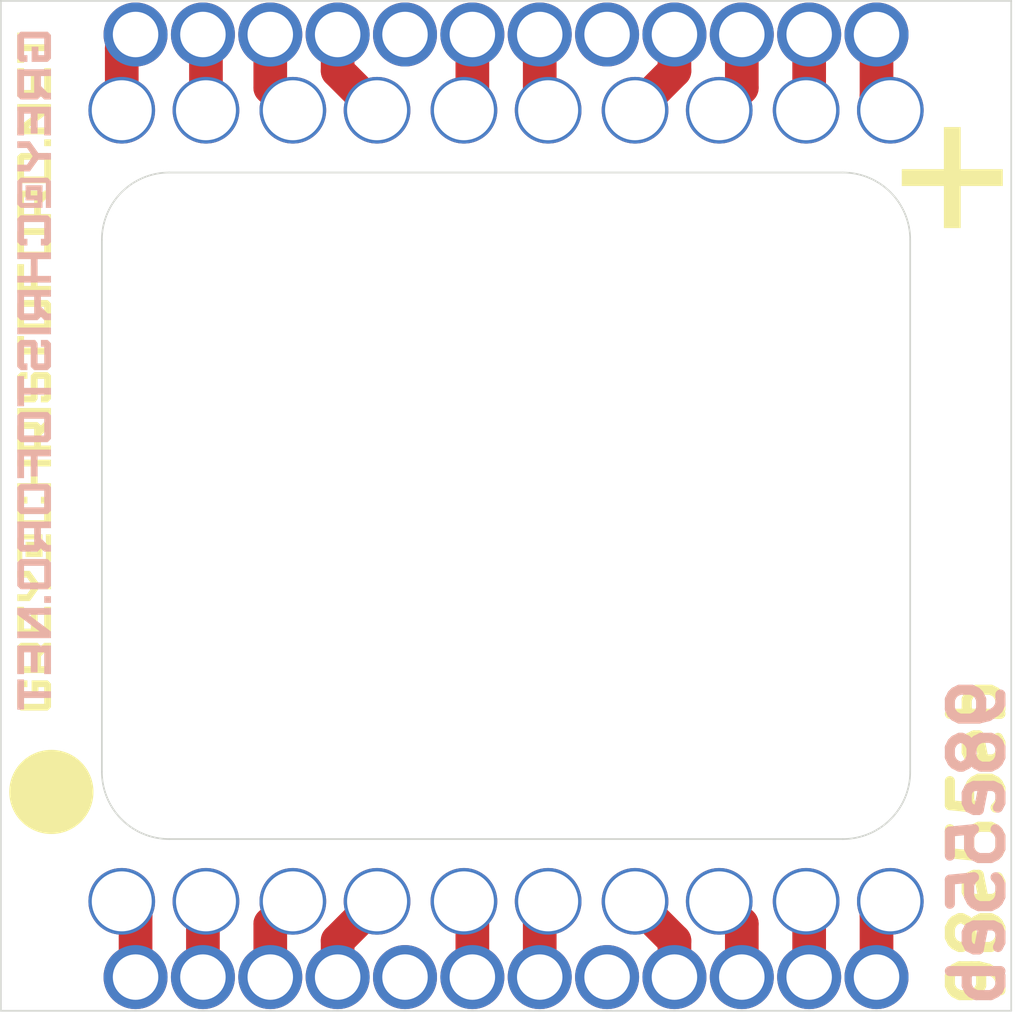
<source format=kicad_pcb>
(kicad_pcb (version 20210228) (generator pcbnew)
  (layers (0 "F.Cu" signal) (31 "B.Cu" signal) (34 "B.Paste" user) (35 "F.Paste" user) (36 "B.SilkS" user "B.Silkscreen") (37 "F.SilkS" user "F.Silkscreen") (38 "B.Mask" user) (39 "F.Mask" user) (44 "Edge.Cuts" user))
  (net 0 "")
  (net 1 "a1")
  (net 2 "a2")
  (net 3 "a3")
  (net 4 "a4")
  (net 5 "a5")
  (net 6 "a6")
  (net 7 "a7")
  (net 8 "a8")
  (net 9 "a9")
  (net 10 "a10")
  (net 11 "a11")
  (net 12 "a12")
  (net 13 "b1")
  (net 14 "b2")
  (net 15 "b3")
  (net 16 "b4")
  (net 17 "b5")
  (net 18 "b6")
  (net 19 "b7")
  (net 20 "b8")
  (net 21 "b9")
  (net 22 "b10")
  (net 23 "b11")
  (net 24 "b12")
  (footprint "custom_footprints:0921" (layer "F.Cu") (at 6.33 11.75)
    (fp_text reference "J37" hide)
    (fp_text value "Conn_01x01" hide)
    (pad "1" thru_hole circle (at 0 0) (size 1.98 1.98) (drill 1.78) (layers *.Cu *.Mask) (net 15 "b3"))
  )
  (footprint "custom_footprints:0921" (layer "F.Cu") (at -3.83 -11.75)
    (fp_text reference "J28" hide)
    (fp_text value "Conn_01x01" hide)
    (pad "1" thru_hole circle (at 0 0) (size 1.98 1.98) (drill 1.78) (layers *.Cu *.Mask) (net 4 "a4"))
  )
  (footprint "custom_footprints:0921" (layer "F.Cu") (at 8.91 -11.75)
    (fp_text reference "J33" hide)
    (fp_text value "Conn_01x01" hide)
    (pad "1" thru_hole circle (at 0 0) (size 1.98 1.98) (drill 1.78) (layers *.Cu *.Mask) (net 11 "a11"))
  )
  (footprint "custom_footprints:0921" (layer "F.Cu") (at -1.25 11.75)
    (fp_text reference "J40" hide)
    (fp_text value "Conn_01x01" hide)
    (pad "1" thru_hole circle (at 0 0) (size 1.98 1.98) (drill 1.78) (layers *.Cu *.Mask) (net 19 "b7"))
  )
  (footprint "custom_footprints:0921" (layer "F.Cu") (at 11.41 -11.75)
    (fp_text reference "J34" hide)
    (fp_text value "Conn_01x01" hide)
    (pad "1" thru_hole circle (at 0 0) (size 1.98 1.98) (drill 1.78) (layers *.Cu *.Mask) (net 12 "a12"))
  )
  (footprint "custom_footprints:0921" (layer "F.Cu") (at -8.91 -11.75)
    (fp_text reference "J26" hide)
    (fp_text value "Conn_01x01" hide)
    (pad "1" thru_hole circle (at 0 0) (size 1.98 1.98) (drill 1.78) (layers *.Cu *.Mask) (net 2 "a2"))
  )
  (footprint "custom_footprints:0921" (layer "F.Cu") (at 1.25 -11.75)
    (fp_text reference "J30" hide)
    (fp_text value "Conn_01x01" hide)
    (pad "1" thru_hole circle (at 0 0) (size 1.98 1.98) (drill 1.78) (layers *.Cu *.Mask) (net 7 "a7"))
  )
  (footprint "custom_footprints:0921" (layer "F.Cu") (at -1.25 -11.75)
    (fp_text reference "J29" hide)
    (fp_text value "Conn_01x01" hide)
    (pad "1" thru_hole circle (at 0 0) (size 1.98 1.98) (drill 1.78) (layers *.Cu *.Mask) (net 6 "a6"))
  )
  (footprint "custom_footprints:0921" (layer "F.Cu") (at 3.83 -11.75)
    (fp_text reference "J31" hide)
    (fp_text value "Conn_01x01" hide)
    (pad "1" thru_hole circle (at 0 0) (size 1.98 1.98) (drill 1.78) (layers *.Cu *.Mask) (net 9 "a9"))
  )
  (footprint "custom_footprints:0921" (layer "F.Cu") (at 1.25 11.75)
    (fp_text reference "J39" hide)
    (fp_text value "Conn_01x01" hide)
    (pad "1" thru_hole circle (at 0 0) (size 1.98 1.98) (drill 1.78) (layers *.Cu *.Mask) (net 18 "b6"))
  )
  (footprint "custom_footprints:0921" (layer "F.Cu") (at -11.41 11.75)
    (fp_text reference "J44" hide)
    (fp_text value "Conn_01x01" hide)
    (pad "1" thru_hole circle (at 0 0) (size 1.98 1.98) (drill 1.78) (layers *.Cu *.Mask) (net 24 "b12"))
  )
  (footprint "custom_footprints:0921" (layer "F.Cu") (at -6.33 11.75)
    (fp_text reference "J42" hide)
    (fp_text value "Conn_01x01" hide)
    (pad "1" thru_hole circle (at 0 0) (size 1.98 1.98) (drill 1.78) (layers *.Cu *.Mask) (net 22 "b10"))
  )
  (footprint "custom_footprints:0921" (layer "F.Cu") (at -3.83 11.75)
    (fp_text reference "J41" hide)
    (fp_text value "Conn_01x01" hide)
    (pad "1" thru_hole circle (at 0 0) (size 1.98 1.98) (drill 1.78) (layers *.Cu *.Mask) (net 21 "b9"))
  )
  (footprint "custom_footprints:0921" (layer "F.Cu") (at -6.33 -11.75)
    (fp_text reference "J27" hide)
    (fp_text value "Conn_01x01" hide)
    (pad "1" thru_hole circle (at 0 0) (size 1.98 1.98) (drill 1.78) (layers *.Cu *.Mask) (net 3 "a3"))
  )
  (footprint "custom_footprints:0921" (layer "F.Cu") (at 8.91 11.75)
    (fp_text reference "J36" hide)
    (fp_text value "Conn_01x01" hide)
    (pad "1" thru_hole circle (at 0 0) (size 1.98 1.98) (drill 1.78) (layers *.Cu *.Mask) (net 14 "b2"))
  )
  (footprint "custom_footprints:logo_small" (layer "F.Cu") (at -14 -4 90)
    (fp_text reference "LOGO1" hide)
    (fp_text value "Logo_Open_Hardware_Small" hide)
    (fp_poly (pts (xy 1.043277 -0.511719) (xy 0.146665 -0.511719) (xy 0.146665 -0.311832) (xy 0.496454 -0.311832) (xy 0.496454 0.488281) (xy 0.69634 0.488281) (xy 0.69634 -0.311832) (xy 1.043277 -0.311832)) (layer "F.SilkS") (width 0.001) (fill solid))
    (fp_poly (pts (xy 7.235788 -0.511719) (xy 7.035902 -0.511719) (xy 7.035902 0.488281) (xy 7.235788 0.488281) (xy 7.235788 -0.178865) (xy 7.734067 0.488281) (xy 7.932514 0.488281) (xy 7.932514 -0.511719) (xy 7.734067 -0.511719) (xy 7.734067 0.154014)) (layer "F.SilkS") (width 0.001) (fill solid))
    (fp_poly (pts (xy -4.429508 -0.311832) (xy -3.931229 -0.311832) (xy -3.931229 -0.211888) (xy -3.732782 -0.211888) (xy -3.732782 -0.410336) (xy -3.831286 -0.511719) (xy -4.530865 -0.511719) (xy -4.629395 -0.410336) (xy -4.629395 0.389777) (xy -4.530865 0.488281) (xy -3.831286 0.488281) (xy -3.732782 0.389777) (xy -3.732782 0.18989) (xy -3.931229 0.18989) (xy -3.931229 0.28842) (xy -4.429508 0.28842)) (layer "F.SilkS") (width 0.001) (fill solid))
    (fp_poly (pts (xy -8.766833 0.488281) (xy -8.766833 -0.010074) (xy -8.766833 -0.311832) (xy -8.268555 -0.311832) (xy -8.268555 -0.010074) (xy -8.766833 -0.010074) (xy -8.766833 0.488281) (xy -8.766833 0.189813) (xy -8.468442 0.189813) (xy -8.368498 0.288369) (xy -8.268555 0.389751) (xy -8.268555 0.488281) (xy -8.070107 0.488281) (xy -8.070107 0.288369) (xy -8.168611 0.189813) (xy -8.070107 0.089869) (xy -8.070107 -0.410336) (xy -8.168611 -0.511719) (xy -8.96672 -0.511719) (xy -8.96672 0.488281)) (layer "F.SilkS") (width 0.001) (fill solid))
    (fp_poly (pts (xy 1.21398 -0.410336) (xy 1.413867 -0.311832) (xy 1.912145 -0.311832) (xy 1.912145 0.28842) (xy 1.413867 0.28842) (xy 1.413867 -0.311832) (xy 1.21398 -0.410336) (xy 1.21398 0.389777) (xy 1.31251 0.488281) (xy 2.012089 0.488281) (xy 2.110593 0.389777) (xy 2.110593 -0.410336) (xy 2.012089 -0.511719) (xy 1.31251 -0.511719)) (layer "F.SilkS") (width 0.001) (fill solid))
    (fp_poly (pts (xy 6.884123 0.28842) (xy 6.684236 0.28842) (xy 6.684236 0.488281) (xy 6.884123 0.488281)) (layer "F.SilkS") (width 0.001) (fill solid))
    (fp_poly (pts (xy 9.000514 -0.511719) (xy 8.152447 -0.511719) (xy 8.152447 0.488281) (xy 9.000514 0.488281) (xy 9.000514 0.28842) (xy 8.352333 0.28842) (xy 8.352333 0.089484) (xy 8.950555 0.089484) (xy 8.950555 -0.110403) (xy 8.352333 -0.110403) (xy 8.352333 -0.311832) (xy 9.000514 -0.311832)) (layer "F.SilkS") (width 0.001) (fill solid))
    (fp_poly (pts (xy 4.465435 -0.511719) (xy 4.465435 0.488281) (xy 4.665322 0.488281) (xy 4.665322 -0.311832) (xy 5.1636 -0.311832) (xy 5.1636 -0.010074) (xy 4.665322 -0.010074) (xy 4.665322 -0.311832) (xy 4.665322 0.488281) (xy 4.665322 0.189813) (xy 4.963713 0.189813) (xy 5.063656 0.288369) (xy 5.1636 0.389751) (xy 5.1636 0.488281) (xy 5.362048 0.488281) (xy 5.362048 0.288369) (xy 5.263543 0.189813) (xy 5.362048 0.089869) (xy 5.362048 -0.410336) (xy 5.263543 -0.511719)) (layer "F.SilkS") (width 0.001) (fill solid))
    (fp_poly (pts (xy -5.64741 0.488281) (xy -4.849327 0.488281) (xy -4.849327 0.336965) (xy -5.594598 0.336965) (xy -5.594598 -0.36323) (xy -4.996376 -0.36323) (xy -4.996376 0.089587) (xy -5.072034 0.089587) (xy -5.21911 0.083881) (xy -5.371865 0.083881) (xy -5.371865 -0.113666) (xy -5.21911 -0.113666) (xy -5.21911 0.083881) (xy -5.072034 0.089587) (xy -5.072034 -0.265008) (xy -5.518914 -0.265008) (xy -5.518914 0.236636) (xy -4.849327 0.236636) (xy -4.849327 -0.410336) (xy -4.947831 -0.511719) (xy -5.64741 -0.511719) (xy -5.74594 -0.410336) (xy -5.74594 0.389777)) (layer "F.SilkS") (width 0.001) (fill solid))
    (fp_poly (pts (xy -10.083265 0.389777) (xy -9.984735 0.488281) (xy -9.285156 0.488281) (xy -9.186652 0.389777) (xy -9.186652 -0.084935) (xy -9.636385 -0.084935) (xy -9.636385 0.114925) (xy -9.3851 0.114925) (xy -9.3851 0.28842) (xy -9.883378 0.28842) (xy -9.883378 -0.311832) (xy -9.3851 -0.311832) (xy -9.3851 -0.211888) (xy -9.186652 -0.211888) (xy -9.186652 -0.410336) (xy -9.285156 -0.511719) (xy -9.984735 -0.511719) (xy -10.083265 -0.410336)) (layer "F.SilkS") (width 0.001) (fill solid))
    (fp_poly (pts (xy -0.030446 -0.410336) (xy -0.128951 -0.511719) (xy -0.828528 -0.511719) (xy -0.927058 -0.410336) (xy -0.927058 0.017886) (xy -0.828528 0.089278) (xy -0.228894 0.089278) (xy -0.228894 0.28842) (xy -0.727172 0.28842) (xy -0.727172 0.189556) (xy -0.927058 0.189556) (xy -0.927058 0.389777) (xy -0.828528 0.488281) (xy -0.128951 0.488281) (xy -0.030446 0.389777) (xy -0.030446 -0.012104) (xy -0.128951 -0.112047) (xy -0.727172 -0.112047) (xy -0.727172 -0.311832) (xy -0.228894 -0.311832) (xy -0.228894 -0.211888) (xy -0.030446 -0.211888)) (layer "F.SilkS") (width 0.001) (fill solid))
    (fp_poly (pts (xy 4.146998 -0.511719) (xy 3.44742 -0.511719) (xy 3.34889 -0.410336) (xy 3.548777 -0.311832) (xy 4.047055 -0.311832) (xy 4.047055 0.28842) (xy 3.548777 0.28842) (xy 3.548777 -0.311832) (xy 3.34889 -0.410336) (xy 3.34889 0.389777) (xy 3.44742 0.488281) (xy 4.146998 0.488281) (xy 4.245503 0.389777) (xy 4.245503 -0.410336)) (layer "F.SilkS") (width 0.001) (fill solid))
    (fp_poly (pts (xy 2.33052 -0.511719) (xy 2.33052 0.488281) (xy 2.530407 0.488281) (xy 2.530407 0.089484) (xy 3.128624 0.089484) (xy 3.128624 -0.110403) (xy 2.530407 -0.110403) (xy 2.530407 -0.311832) (xy 3.178582 -0.311832) (xy 3.178582 -0.511719)) (layer "F.SilkS") (width 0.001) (fill solid))
    (fp_poly (pts (xy -6.131528 -0.223145) (xy -6.382813 -0.054559) (xy -6.629806 -0.223145) (xy -6.629806 -0.511719) (xy -6.829693 -0.511719) (xy -6.829693 -0.138852) (xy -6.479903 0.111148) (xy -6.479903 0.488281) (xy -6.28143 0.488281) (xy -6.28143 0.111148) (xy -5.93308 -0.138852) (xy -5.93308 -0.511719) (xy -6.131528 -0.511719)) (layer "F.SilkS") (width 0.001) (fill solid))
    (fp_poly (pts (xy -2.211788 0.189813) (xy -2.211788 -0.311832) (xy -1.71351 -0.311832) (xy -1.71351 -0.010074) (xy -2.211788 -0.010074) (xy -2.211788 -0.311832) (xy -2.211788 0.189813) (xy -1.913397 0.189813) (xy -1.813453 0.288369) (xy -1.71351 0.389751) (xy -1.71351 0.488281) (xy -1.515062 0.488281) (xy -1.515062 0.288369) (xy -1.613567 0.189813) (xy -1.515062 0.089869) (xy -1.515062 -0.410336) (xy -1.613567 -0.511719) (xy -2.411675 -0.511719) (xy -2.411675 0.488281) (xy -2.211788 0.488281)) (layer "F.SilkS") (width 0.001) (fill solid))
    (fp_poly (pts (xy -7.650288 0.089484) (xy -7.052066 0.089484) (xy -7.052066 -0.110403) (xy -7.650288 -0.110403) (xy -7.650288 -0.311832) (xy -7.002107 -0.311832) (xy -7.002107 -0.511719) (xy -7.850175 -0.511719) (xy -7.850175 0.488281) (xy -7.002107 0.488281) (xy -7.002107 0.28842) (xy -7.650288 0.28842)) (layer "F.SilkS") (width 0.001) (fill solid))
    (fp_poly (pts (xy -1.295135 -0.511719) (xy -1.295135 0.488281) (xy -1.095248 0.488281) (xy -1.095248 -0.511719)) (layer "F.SilkS") (width 0.001) (fill solid))
    (fp_poly (pts (xy 5.68051 0.488281) (xy 6.380088 0.488281) (xy 6.280145 0.28842) (xy 5.781867 0.28842) (xy 5.781867 -0.311832) (xy 6.280145 -0.311832) (xy 6.280145 0.28842) (xy 6.380088 0.488281) (xy 6.478593 0.389777) (xy 6.478593 -0.410336) (xy 6.380088 -0.511719) (xy 5.68051 -0.511719) (xy 5.58198 -0.410336) (xy 5.58198 0.389777)) (layer "F.SilkS") (width 0.001) (fill solid))
    (fp_poly (pts (xy -3.328331 -0.511719) (xy -3.528218 -0.511719) (xy -3.528218 0.488281) (xy -3.328331 0.488281) (xy -3.328331 0.089484) (xy -2.830052 0.089484) (xy -2.830052 0.488281) (xy -2.631605 0.488281) (xy -2.631605 -0.511719) (xy -2.830052 -0.511719) (xy -2.830052 -0.110403) (xy -3.328331 -0.110403)) (layer "F.SilkS") (width 0.001) (fill solid))
    (fp_poly (pts (xy 10.055304 -0.511719) (xy 9.158691 -0.511719) (xy 9.158691 -0.311832) (xy 9.508481 -0.311832) (xy 9.508481 0.488281) (xy 9.708368 0.488281) (xy 9.708368 -0.311832) (xy 10.055304 -0.311832)) (layer "F.SilkS") (width 0.001) (fill solid))
  )
  (footprint "custom_footprints:0921" (layer "F.Cu") (at 3.83 11.75)
    (fp_text reference "J38" hide)
    (fp_text value "Conn_01x01" hide)
    (pad "1" thru_hole circle (at 0 0) (size 1.98 1.98) (drill 1.78) (layers *.Cu *.Mask) (net 16 "b4"))
  )
  (footprint "custom_footprints:0921" (layer "F.Cu") (at -8.91 11.75)
    (fp_text reference "J43" hide)
    (fp_text value "Conn_01x01" hide)
    (pad "1" thru_hole circle (at 0 0) (size 1.98 1.98) (drill 1.78) (layers *.Cu *.Mask) (net 23 "b11"))
  )
  (footprint "custom_footprints:0921" (layer "F.Cu") (at 11.41 11.75)
    (fp_text reference "J35" hide)
    (fp_text value "Conn_01x01" hide)
    (pad "1" thru_hole circle (at 0 0) (size 1.98 1.98) (drill 1.78) (layers *.Cu *.Mask) (net 13 "b1"))
  )
  (footprint "custom_footprints:0921" (layer "F.Cu") (at 6.33 -11.75)
    (fp_text reference "J32" hide)
    (fp_text value "Conn_01x01" hide)
    (pad "1" thru_hole circle (at 0 0) (size 1.98 1.98) (drill 1.78) (layers *.Cu *.Mask) (net 10 "a10"))
  )
  (footprint "custom_footprints:0921" (layer "F.Cu") (at -11.41 -11.75)
    (fp_text reference "J25" hide)
    (fp_text value "Conn_01x01" hide)
    (pad "1" thru_hole circle (at 0 0) (size 1.98 1.98) (drill 1.78) (layers *.Cu *.Mask) (net 1 "a1"))
  )
  (footprint "custom_footprints:5342" (layer "B.Cu") (at -7 14)
    (fp_text reference "J22" hide)
    (fp_text value "Conn_01x01" hide)
    (pad "1" thru_hole circle (at 0 0) (size 1.9 1.9) (drill 1.35) (layers *.Cu *.Mask) (net 22 "b10"))
  )
  (footprint "custom_footprints:5342" (layer "B.Cu") (at -1 14)
    (fp_text reference "J19" hide)
    (fp_text value "Conn_01x01" hide)
    (pad "1" thru_hole circle (at 0 0) (size 1.9 1.9) (drill 1.35) (layers *.Cu *.Mask) (net 19 "b7"))
  )
  (footprint "custom_footprints:5342" (layer "B.Cu") (at 7 -14)
    (fp_text reference "J10" hide)
    (fp_text value "Conn_01x01" hide)
    (pad "1" thru_hole circle (at 0 0) (size 1.9 1.9) (drill 1.35) (layers *.Cu *.Mask) (net 10 "a10"))
  )
  (footprint "custom_footprints:5342" (layer "B.Cu") (at -11 -14)
    (fp_text reference "J1" hide)
    (fp_text value "Conn_01x01" hide)
    (pad "1" thru_hole circle (at 0 0) (size 1.9 1.9) (drill 1.35) (layers *.Cu *.Mask) (net 1 "a1"))
  )
  (footprint "custom_footprints:5342" (layer "B.Cu") (at -3 -14)
    (fp_text reference "J5" hide)
    (fp_text value "Conn_01x01" hide)
    (pad "1" thru_hole circle (at 0 0) (size 1.9 1.9) (drill 1.35) (layers *.Cu *.Mask) (net 5 "a5"))
  )
  (footprint "custom_footprints:5342" (layer "B.Cu") (at -3 14)
    (fp_text reference "J20" hide)
    (fp_text value "Conn_01x01" hide)
    (pad "1" thru_hole circle (at 0 0) (size 1.9 1.9) (drill 1.35) (layers *.Cu *.Mask) (net 20 "b8"))
  )
  (footprint "custom_footprints:5342" (layer "B.Cu") (at 1 -14)
    (fp_text reference "J7" hide)
    (fp_text value "Conn_01x01" hide)
    (pad "1" thru_hole circle (at 0 0) (size 1.9 1.9) (drill 1.35) (layers *.Cu *.Mask) (net 7 "a7"))
  )
  (footprint "custom_footprints:5342" (layer "B.Cu") (at -1 -14)
    (fp_text reference "J6" hide)
    (fp_text value "Conn_01x01" hide)
    (pad "1" thru_hole circle (at 0 0) (size 1.9 1.9) (drill 1.35) (layers *.Cu *.Mask) (net 6 "a6"))
  )
  (footprint "custom_footprints:5342" (layer "B.Cu") (at 5 -14)
    (fp_text reference "J9" hide)
    (fp_text value "Conn_01x01" hide)
    (pad "1" thru_hole circle (at 0 0) (size 1.9 1.9) (drill 1.35) (layers *.Cu *.Mask) (net 9 "a9"))
  )
  (footprint "custom_footprints:5342" (layer "B.Cu") (at -7 -14)
    (fp_text reference "J3" hide)
    (fp_text value "Conn_01x01" hide)
    (pad "1" thru_hole circle (at 0 0) (size 1.9 1.9) (drill 1.35) (layers *.Cu *.Mask) (net 3 "a3"))
  )
  (footprint "custom_footprints:5342" (layer "B.Cu") (at -9 14)
    (fp_text reference "J23" hide)
    (fp_text value "Conn_01x01" hide)
    (pad "1" thru_hole circle (at 0 0) (size 1.9 1.9) (drill 1.35) (layers *.Cu *.Mask) (net 23 "b11"))
  )
  (footprint "custom_footprints:5342" (layer "B.Cu") (at 3 -14)
    (fp_text reference "J8" hide)
    (fp_text value "Conn_01x01" hide)
    (pad "1" thru_hole circle (at 0 0) (size 1.9 1.9) (drill 1.35) (layers *.Cu *.Mask) (net 8 "a8"))
  )
  (footprint "custom_footprints:5342" (layer "B.Cu") (at 7 14)
    (fp_text reference "J15" hide)
    (fp_text value "Conn_01x01" hide)
    (pad "1" thru_hole circle (at 0 0) (size 1.9 1.9) (drill 1.35) (layers *.Cu *.Mask) (net 15 "b3"))
  )
  (footprint "custom_footprints:logo_small" (layer "B.Cu") (at -14 -4 -90)
    (fp_text reference "LOGO2" hide)
    (fp_text value "Logo_Open_Hardware_Small" hide)
    (fp_poly (pts (xy -5.64741 -0.488281) (xy -4.849327 -0.488281) (xy -4.849327 -0.336965) (xy -5.594598 -0.336965) (xy -5.594598 0.36323) (xy -4.996376 0.36323) (xy -4.996376 -0.089587) (xy -5.072034 -0.089587) (xy -5.21911 -0.083881) (xy -5.371865 -0.083881) (xy -5.371865 0.113666) (xy -5.21911 0.113666) (xy -5.21911 -0.083881) (xy -5.072034 -0.089587) (xy -5.072034 0.265008) (xy -5.518914 0.265008) (xy -5.518914 -0.236636) (xy -4.849327 -0.236636) (xy -4.849327 0.410336) (xy -4.947831 0.511719) (xy -5.64741 0.511719) (xy -5.74594 0.410336) (xy -5.74594 -0.389777)) (layer "B.SilkS") (width 0.001) (fill solid))
    (fp_poly (pts (xy -4.429508 0.311832) (xy -3.931229 0.311832) (xy -3.931229 0.211888) (xy -3.732782 0.211888) (xy -3.732782 0.410336) (xy -3.831286 0.511719) (xy -4.530865 0.511719) (xy -4.629395 0.410336) (xy -4.629395 -0.389777) (xy -4.530865 -0.488281) (xy -3.831286 -0.488281) (xy -3.732782 -0.389777) (xy -3.732782 -0.18989) (xy -3.931229 -0.18989) (xy -3.931229 -0.28842) (xy -4.429508 -0.28842)) (layer "B.SilkS") (width 0.001) (fill solid))
    (fp_poly (pts (xy 1.21398 0.410336) (xy 1.413867 0.311832) (xy 1.912145 0.311832) (xy 1.912145 -0.28842) (xy 1.413867 -0.28842) (xy 1.413867 0.311832) (xy 1.21398 0.410336) (xy 1.21398 -0.389777) (xy 1.31251 -0.488281) (xy 2.012089 -0.488281) (xy 2.110593 -0.389777) (xy 2.110593 0.410336) (xy 2.012089 0.511719) (xy 1.31251 0.511719)) (layer "B.SilkS") (width 0.001) (fill solid))
    (fp_poly (pts (xy 4.465435 0.511719) (xy 4.465435 -0.488281) (xy 4.665322 -0.488281) (xy 4.665322 0.311832) (xy 5.1636 0.311832) (xy 5.1636 0.010074) (xy 4.665322 0.010074) (xy 4.665322 0.311832) (xy 4.665322 -0.488281) (xy 4.665322 -0.189813) (xy 4.963713 -0.189813) (xy 5.063656 -0.288369) (xy 5.1636 -0.389751) (xy 5.1636 -0.488281) (xy 5.362048 -0.488281) (xy 5.362048 -0.288369) (xy 5.263543 -0.189813) (xy 5.362048 -0.089869) (xy 5.362048 0.410336) (xy 5.263543 0.511719)) (layer "B.SilkS") (width 0.001) (fill solid))
    (fp_poly (pts (xy 10.055304 0.511719) (xy 9.158691 0.511719) (xy 9.158691 0.311832) (xy 9.508481 0.311832) (xy 9.508481 -0.488281) (xy 9.708368 -0.488281) (xy 9.708368 0.311832) (xy 10.055304 0.311832)) (layer "B.SilkS") (width 0.001) (fill solid))
    (fp_poly (pts (xy -0.030446 0.410336) (xy -0.128951 0.511719) (xy -0.828528 0.511719) (xy -0.927058 0.410336) (xy -0.927058 -0.017886) (xy -0.828528 -0.089278) (xy -0.228894 -0.089278) (xy -0.228894 -0.28842) (xy -0.727172 -0.28842) (xy -0.727172 -0.189556) (xy -0.927058 -0.189556) (xy -0.927058 -0.389777) (xy -0.828528 -0.488281) (xy -0.128951 -0.488281) (xy -0.030446 -0.389777) (xy -0.030446 0.012104) (xy -0.128951 0.112047) (xy -0.727172 0.112047) (xy -0.727172 0.311832) (xy -0.228894 0.311832) (xy -0.228894 0.211888) (xy -0.030446 0.211888)) (layer "B.SilkS") (width 0.001) (fill solid))
    (fp_poly (pts (xy 6.884123 -0.28842) (xy 6.684236 -0.28842) (xy 6.684236 -0.488281) (xy 6.884123 -0.488281)) (layer "B.SilkS") (width 0.001) (fill solid))
    (fp_poly (pts (xy -8.766833 -0.488281) (xy -8.766833 0.010074) (xy -8.766833 0.311832) (xy -8.268555 0.311832) (xy -8.268555 0.010074) (xy -8.766833 0.010074) (xy -8.766833 -0.488281) (xy -8.766833 -0.189813) (xy -8.468442 -0.189813) (xy -8.368498 -0.288369) (xy -8.268555 -0.389751) (xy -8.268555 -0.488281) (xy -8.070107 -0.488281) (xy -8.070107 -0.288369) (xy -8.168611 -0.189813) (xy -8.070107 -0.089869) (xy -8.070107 0.410336) (xy -8.168611 0.511719) (xy -8.96672 0.511719) (xy -8.96672 -0.488281)) (layer "B.SilkS") (width 0.001) (fill solid))
    (fp_poly (pts (xy 2.33052 0.511719) (xy 2.33052 -0.488281) (xy 2.530407 -0.488281) (xy 2.530407 -0.089484) (xy 3.128624 -0.089484) (xy 3.128624 0.110403) (xy 2.530407 0.110403) (xy 2.530407 0.311832) (xy 3.178582 0.311832) (xy 3.178582 0.511719)) (layer "B.SilkS") (width 0.001) (fill solid))
    (fp_poly (pts (xy -7.650288 -0.089484) (xy -7.052066 -0.089484) (xy -7.052066 0.110403) (xy -7.650288 0.110403) (xy -7.650288 0.311832) (xy -7.002107 0.311832) (xy -7.002107 0.511719) (xy -7.850175 0.511719) (xy -7.850175 -0.488281) (xy -7.002107 -0.488281) (xy -7.002107 -0.28842) (xy -7.650288 -0.28842)) (layer "B.SilkS") (width 0.001) (fill solid))
    (fp_poly (pts (xy 4.146998 0.511719) (xy 3.44742 0.511719) (xy 3.34889 0.410336) (xy 3.548777 0.311832) (xy 4.047055 0.311832) (xy 4.047055 -0.28842) (xy 3.548777 -0.28842) (xy 3.548777 0.311832) (xy 3.34889 0.410336) (xy 3.34889 -0.389777) (xy 3.44742 -0.488281) (xy 4.146998 -0.488281) (xy 4.245503 -0.389777) (xy 4.245503 0.410336)) (layer "B.SilkS") (width 0.001) (fill solid))
    (fp_poly (pts (xy 9.000514 0.511719) (xy 8.152447 0.511719) (xy 8.152447 -0.488281) (xy 9.000514 -0.488281) (xy 9.000514 -0.28842) (xy 8.352333 -0.28842) (xy 8.352333 -0.089484) (xy 8.950555 -0.089484) (xy 8.950555 0.110403) (xy 8.352333 0.110403) (xy 8.352333 0.311832) (xy 9.000514 0.311832)) (layer "B.SilkS") (width 0.001) (fill solid))
    (fp_poly (pts (xy -2.211788 -0.189813) (xy -2.211788 0.311832) (xy -1.71351 0.311832) (xy -1.71351 0.010074) (xy -2.211788 0.010074) (xy -2.211788 0.311832) (xy -2.211788 -0.189813) (xy -1.913397 -0.189813) (xy -1.813453 -0.288369) (xy -1.71351 -0.389751) (xy -1.71351 -0.488281) (xy -1.515062 -0.488281) (xy -1.515062 -0.288369) (xy -1.613567 -0.189813) (xy -1.515062 -0.089869) (xy -1.515062 0.410336) (xy -1.613567 0.511719) (xy -2.411675 0.511719) (xy -2.411675 -0.488281) (xy -2.211788 -0.488281)) (layer "B.SilkS") (width 0.001) (fill solid))
    (fp_poly (pts (xy 7.235788 0.511719) (xy 7.035902 0.511719) (xy 7.035902 -0.488281) (xy 7.235788 -0.488281) (xy 7.235788 0.178865) (xy 7.734067 -0.488281) (xy 7.932514 -0.488281) (xy 7.932514 0.511719) (xy 7.734067 0.511719) (xy 7.734067 -0.154014)) (layer "B.SilkS") (width 0.001) (fill solid))
    (fp_poly (pts (xy -6.131528 0.223145) (xy -6.382813 0.054559) (xy -6.629806 0.223145) (xy -6.629806 0.511719) (xy -6.829693 0.511719) (xy -6.829693 0.138852) (xy -6.479903 -0.111148) (xy -6.479903 -0.488281) (xy -6.28143 -0.488281) (xy -6.28143 -0.111148) (xy -5.93308 0.138852) (xy -5.93308 0.511719) (xy -6.131528 0.511719)) (layer "B.SilkS") (width 0.001) (fill solid))
    (fp_poly (pts (xy 1.043277 0.511719) (xy 0.146665 0.511719) (xy 0.146665 0.311832) (xy 0.496454 0.311832) (xy 0.496454 -0.488281) (xy 0.69634 -0.488281) (xy 0.69634 0.311832) (xy 1.043277 0.311832)) (layer "B.SilkS") (width 0.001) (fill solid))
    (fp_poly (pts (xy -1.295135 0.511719) (xy -1.295135 -0.488281) (xy -1.095248 -0.488281) (xy -1.095248 0.511719)) (layer "B.SilkS") (width 0.001) (fill solid))
    (fp_poly (pts (xy -10.083265 -0.389777) (xy -9.984735 -0.488281) (xy -9.285156 -0.488281) (xy -9.186652 -0.389777) (xy -9.186652 0.084935) (xy -9.636385 0.084935) (xy -9.636385 -0.114925) (xy -9.3851 -0.114925) (xy -9.3851 -0.28842) (xy -9.883378 -0.28842) (xy -9.883378 0.311832) (xy -9.3851 0.311832) (xy -9.3851 0.211888) (xy -9.186652 0.211888) (xy -9.186652 0.410336) (xy -9.285156 0.511719) (xy -9.984735 0.511719) (xy -10.083265 0.410336)) (layer "B.SilkS") (width 0.001) (fill solid))
    (fp_poly (pts (xy -3.328331 0.511719) (xy -3.528218 0.511719) (xy -3.528218 -0.488281) (xy -3.328331 -0.488281) (xy -3.328331 -0.089484) (xy -2.830052 -0.089484) (xy -2.830052 -0.488281) (xy -2.631605 -0.488281) (xy -2.631605 0.511719) (xy -2.830052 0.511719) (xy -2.830052 0.110403) (xy -3.328331 0.110403)) (layer "B.SilkS") (width 0.001) (fill solid))
    (fp_poly (pts (xy 5.68051 -0.488281) (xy 6.380088 -0.488281) (xy 6.280145 -0.28842) (xy 5.781867 -0.28842) (xy 5.781867 0.311832) (xy 6.280145 0.311832) (xy 6.280145 -0.28842) (xy 6.380088 -0.488281) (xy 6.478593 -0.389777) (xy 6.478593 0.410336) (xy 6.380088 0.511719) (xy 5.68051 0.511719) (xy 5.58198 0.410336) (xy 5.58198 -0.389777)) (layer "B.SilkS") (width 0.001) (fill solid))
  )
  (footprint "custom_footprints:5342" (layer "B.Cu") (at -5 -14)
    (fp_text reference "J4" hide)
    (fp_text value "Conn_01x01" hide)
    (pad "1" thru_hole circle (at 0 0) (size 1.9 1.9) (drill 1.35) (layers *.Cu *.Mask) (net 4 "a4"))
  )
  (footprint "custom_footprints:5342" (layer "B.Cu") (at 9 14)
    (fp_text reference "J14" hide)
    (fp_text value "Conn_01x01" hide)
    (pad "1" thru_hole circle (at 0 0) (size 1.9 1.9) (drill 1.35) (layers *.Cu *.Mask) (net 14 "b2"))
  )
  (footprint "custom_footprints:5342" (layer "B.Cu") (at 11 14)
    (fp_text reference "J13" hide)
    (fp_text value "Conn_01x01" hide)
    (pad "1" thru_hole circle (at 0 0) (size 1.9 1.9) (drill 1.35) (layers *.Cu *.Mask) (net 13 "b1"))
  )
  (footprint "custom_footprints:5342" (layer "B.Cu") (at -9 -14)
    (fp_text reference "J2" hide)
    (fp_text value "Conn_01x01" hide)
    (pad "1" thru_hole circle (at 0 0) (size 1.9 1.9) (drill 1.35) (layers *.Cu *.Mask) (net 2 "a2"))
  )
  (footprint "custom_footprints:5342" (layer "B.Cu") (at -5 14)
    (fp_text reference "J21" hide)
    (fp_text value "Conn_01x01" hide)
    (pad "1" thru_hole circle (at 0 0) (size 1.9 1.9) (drill 1.35) (layers *.Cu *.Mask) (net 21 "b9"))
  )
  (footprint "custom_footprints:5342" (layer "B.Cu") (at 3 14)
    (fp_text reference "J17" hide)
    (fp_text value "Conn_01x01" hide)
    (pad "1" thru_hole circle (at 0 0) (size 1.9 1.9) (drill 1.35) (layers *.Cu *.Mask) (net 17 "b5"))
  )
  (footprint "custom_footprints:5342" (layer "B.Cu") (at 9 -14)
    (fp_text reference "J11" hide)
    (fp_text value "Conn_01x01" hide)
    (pad "1" thru_hole circle (at 0 0) (size 1.9 1.9) (drill 1.35) (layers *.Cu *.Mask) (net 11 "a11"))
  )
  (footprint "custom_footprints:5342" (layer "B.Cu") (at 1 14)
    (fp_text reference "J18" hide)
    (fp_text value "Conn_01x01" hide)
    (pad "1" thru_hole circle (at 0 0) (size 1.9 1.9) (drill 1.35) (layers *.Cu *.Mask) (net 18 "b6"))
  )
  (footprint "custom_footprints:5342" (layer "B.Cu") (at 11 -14)
    (fp_text reference "J12" hide)
    (fp_text value "Conn_01x01" hide)
    (pad "1" thru_hole circle (at 0 0) (size 1.9 1.9) (drill 1.35) (layers *.Cu *.Mask) (net 12 "a12"))
  )
  (footprint "custom_footprints:5342" (layer "B.Cu") (at -11 14)
    (fp_text reference "J24" hide)
    (fp_text value "Conn_01x01" hide)
    (pad "1" thru_hole circle (at 0 0) (size 1.9 1.9) (drill 1.35) (layers *.Cu *.Mask) (net 24 "b12"))
  )
  (footprint "custom_footprints:5342" (layer "B.Cu") (at 5 14)
    (fp_text reference "J16" hide)
    (fp_text value "Conn_01x01" hide)
    (pad "1" thru_hole circle (at 0 0) (size 1.9 1.9) (drill 1.35) (layers *.Cu *.Mask) (net 16 "b4"))
  )
  (gr_circle (center -13.5 8.5) (end -12.25 8.5) (layer "F.SilkS") (width 0) (fill solid))
  (gr_poly (pts (xy 13.5 -10) (xy 14.75 -10) (xy 14.75 -9.5) (xy 13.5 -9.5) (xy 13.5 -8.25) (xy 13 -8.25) (xy 13 -9.5) (xy 11.75 -9.5) (xy 11.75 -10) (xy 13 -10) (xy 13 -11.25) (xy 13.5 -11.25)) (layer "F.SilkS") (width 0) (fill solid))
  (gr_line (start -15 -15) (end -15 15) (layer "Edge.Cuts") (width 0.05))
  (gr_line (start -10 9.9) (end 10 9.9) (layer "Edge.Cuts") (width 0.05))
  (gr_line (start 15 15) (end 15 -15) (layer "Edge.Cuts") (width 0.05))
  (gr_line (start 10 -9.9) (end -10 -9.9) (layer "Edge.Cuts") (width 0.05))
  (gr_arc (start -10 -7.9) (end -10 -9.9) (angle -90) (layer "Edge.Cuts") (width 0.05))
  (gr_line (start 12 7.9) (end 12 -7.9) (layer "Edge.Cuts") (width 0.05))
  (gr_arc (start -10 7.9) (end -12 7.9) (angle -90) (layer "Edge.Cuts") (width 0.05))
  (gr_line (start 15 -15) (end -15 -15) (layer "Edge.Cuts") (width 0.05))
  (gr_arc (start 10 -7.9) (end 12 -7.9) (angle -90) (layer "Edge.Cuts") (width 0.05))
  (gr_line (start -12 -7.9) (end -12 7.9) (layer "Edge.Cuts") (width 0.05))
  (gr_arc (start 10 7.9) (end 10 9.9) (angle -90) (layer "Edge.Cuts") (width 0.05))
  (gr_line (start -15 15) (end 15 15) (layer "Edge.Cuts") (width 0.05))
  (gr_text "98e55eb" (at 14 10 90) (layer "B.SilkS") (effects (font (size 1.5 1.5) (thickness 0.3)) (justify mirror)))
  (gr_text "98e55eb" (at 14 10 90) (layer "F.SilkS") (effects (font (size 1.5 1.5) (thickness 0.3))))
  (segment (start -11.41 -13.59) (end -11 -14) (width 1) (layer "F.Cu") (net 1))
  (segment (start -11.41 -11.75) (end -11.41 -13.59) (width 1) (layer "F.Cu") (net 1))
  (segment (start -8.91 -13.91) (end -9 -14) (width 1) (layer "F.Cu") (net 2))
  (segment (start -8.91 -11.75) (end -8.91 -13.91) (width 1) (layer "F.Cu") (net 2))
  (segment (start -6.33 -11.75) (end -7 -12.42) (width 1) (layer "F.Cu") (net 3))
  (segment (start -7 -12.42) (end -7 -14) (width 1) (layer "F.Cu") (net 3))
  (segment (start -5 -12.92) (end -3.83 -11.75) (width 1) (layer "F.Cu") (net 4))
  (segment (start -5 -14) (end -5 -12.92) (width 1) (layer "F.Cu") (net 4))
  (segment (start -1 -14) (end -1 -12) (width 1) (layer "F.Cu") (net 6))
  (segment (start -1 -12) (end -1.25 -11.75) (width 1) (layer "F.Cu") (net 6))
  (segment (start 1 -14) (end 1 -12) (width 1) (layer "F.Cu") (net 7))
  (segment (start 1 -12) (end 1.25 -11.75) (width 1) (layer "F.Cu") (net 7))
  (segment (start 5 -14) (end 5 -12.92) (width 1) (layer "F.Cu") (net 9))
  (segment (start 5 -12.92) (end 3.83 -11.75) (width 1) (layer "F.Cu") (net 9))
  (segment (start 7 -14) (end 7 -12.42) (width 1) (layer "F.Cu") (net 10))
  (segment (start 7 -12.42) (end 6.33 -11.75) (width 1) (layer "F.Cu") (net 10))
  (segment (start 9 -11.84) (end 8.91 -11.75) (width 1) (layer "F.Cu") (net 11))
  (segment (start 9 -14) (end 9 -11.84) (width 1) (layer "F.Cu") (net 11))
  (segment (start 11 -14) (end 11 -12.16) (width 1) (layer "F.Cu") (net 12))
  (segment (start 11 -12.16) (end 11.41 -11.75) (width 1) (layer "F.Cu") (net 12))
  (segment (start 11 12.16) (end 11.41 11.75) (width 1) (layer "F.Cu") (net 13))
  (segment (start 11 14) (end 11 12.16) (width 1) (layer "F.Cu") (net 13))
  (segment (start 9 11.84) (end 8.91 11.75) (width 1) (layer "F.Cu") (net 14))
  (segment (start 9 14) (end 9 11.84) (width 1) (layer "F.Cu") (net 14))
  (segment (start 7 14) (end 7 12.42) (width 1) (layer "F.Cu") (net 15))
  (segment (start 7 12.42) (end 6.33 11.75) (width 1) (layer "F.Cu") (net 15))
  (segment (start 5 12.92) (end 3.83 11.75) (width 1) (layer "F.Cu") (net 16))
  (segment (start 5 14) (end 5 12.92) (width 1) (layer "F.Cu") (net 16))
  (segment (start 1 12) (end 1.25 11.75) (width 1) (layer "F.Cu") (net 18))
  (segment (start 1 14) (end 1 12) (width 1) (layer "F.Cu") (net 18))
  (segment (start -1 14) (end -1 12) (width 1) (layer "F.Cu") (net 19))
  (segment (start -1 12) (end -1.25 11.75) (width 1) (layer "F.Cu") (net 19))
  (segment (start -5 14) (end -5 12.92) (width 1) (layer "F.Cu") (net 21))
  (segment (start -5 12.92) (end -3.83 11.75) (width 1) (layer "F.Cu") (net 21))
  (segment (start -7 12.42) (end -6.33 11.75) (width 1) (layer "F.Cu") (net 22))
  (segment (start -7 14) (end -7 12.42) (width 1) (layer "F.Cu") (net 22))
  (segment (start -9 11.84) (end -8.91 11.75) (width 1) (layer "F.Cu") (net 23))
  (segment (start -9 14) (end -9 11.84) (width 1) (layer "F.Cu") (net 23))
  (segment (start -11 14) (end -11 12.16) (width 1) (layer "F.Cu") (net 24))
  (segment (start -11 12.16) (end -11.41 11.75) (width 1) (layer "F.Cu") (net 24))
)
</source>
